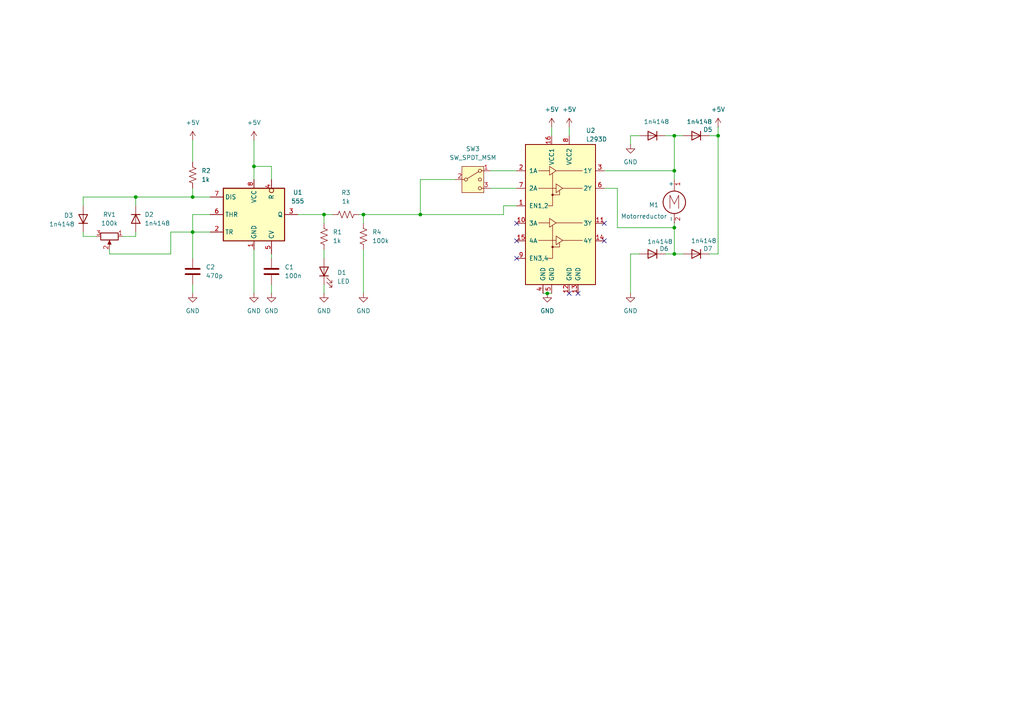
<source format=kicad_sch>
(kicad_sch (version 20250114) (generator "eeschema") (generator_version "9.0")
  (paper "A4")
  (lib_symbols
    (symbol "555_ordenado:555_wellOriented"
      (property "Reference" "U" (at 0 1.27 0))
      (property "Value" "555" (at 0 -0.762 0))
      (symbol "555_wellOriented_0_0"
        (pin power_in line (at 0 10.16 270) (length 2.54) (name "VCC") (number "8"))
        (pin power_in line (at 0 -10.16 90) (length 2.54) (name "GND") (number "1"))
      )
      (symbol "555_wellOriented_0_1"
        (rectangle (start -8.89 -7.62) (end 8.89 7.62) (stroke (width 0.254)) (fill (type background)))
        (rectangle (start -8.89 -7.62) (end 8.89 7.62) (stroke (width 0.254)) (fill (type background)))
      )
      (symbol "555_wellOriented_1_1"
        (pin input line (at -12.7 5.08 0) (length 3.81) (name "DIS") (number "7"))
        (pin input line (at -12.7 0 0) (length 3.81) (name "THR") (number "6"))
        (pin input line (at -12.7 -5.08 0) (length 3.81) (name "TR") (number "2"))
        (pin input inverted (at 5.08 10.16 270) (length 3.81) (name "R") (number "4"))
        (pin input line (at 5.08 -11.43 90) (length 3.81) (name "CV") (number "5"))
        (pin output line (at 12.7 0 180) (length 3.81) (name "Q") (number "3"))
      )
    )
    (symbol "Device:C" (pin_numbers (hide yes)) (pin_names (offset 0.254))
      (property "Reference" "C" (at 0.635 2.54 0))
      (property "Value" "C" (at 0.635 -2.54 0))
      (symbol "C_0_1"
        (polyline (pts (xy -2.032 0.762) (xy 2.032 0.762)) (stroke (width 0.508)))
        (polyline (pts (xy -2.032 -0.762) (xy 2.032 -0.762)) (stroke (width 0.508)))
      )
      (symbol "C_1_1"
        (pin passive line (at 0 3.81 270) (length 2.794) (name "~") (number "1"))
        (pin passive line (at 0 -3.81 90) (length 2.794) (name "~") (number "2"))
      )
    )
    (symbol "Device:LED" (pin_numbers (hide yes)) (pin_names (offset 1.016) (hide yes))
      (property "Reference" "D" (at 0 2.54 0))
      (property "Value" "LED" (at 0 -2.54 0))
      (symbol "LED_0_1"
        (polyline (pts (xy -3.048 -0.762) (xy -4.572 -2.286) (xy -3.81 -2.286) (xy -4.572 -2.286) (xy -4.572 -1.524)))
        (polyline (pts (xy -1.778 -0.762) (xy -3.302 -2.286) (xy -2.54 -2.286) (xy -3.302 -2.286) (xy -3.302 -1.524)))
        (polyline (pts (xy -1.27 0) (xy 1.27 0)))
        (polyline (pts (xy -1.27 -1.27) (xy -1.27 1.27)) (stroke (width 0.254)))
        (polyline (pts (xy 1.27 -1.27) (xy 1.27 1.27) (xy -1.27 0) (xy 1.27 -1.27)) (stroke (width 0.254)))
      )
      (symbol "LED_1_1"
        (pin passive line (at -3.81 0 0) (length 2.54) (name "K") (number "1"))
        (pin passive line (at 3.81 0 180) (length 2.54) (name "A") (number "2"))
      )
    )
    (symbol "Device:R_Potentiometer" (pin_names (offset 1.016) (hide yes))
      (property "Reference" "RV" (at -4.445 0 90))
      (property "Value" "R_Potentiometer" (at -2.54 0 90))
      (symbol "R_Potentiometer_0_1"
        (rectangle (start 1.016 2.54) (end -1.016 -2.54) (stroke (width 0.254)))
        (polyline (pts (xy 1.143 0) (xy 2.286 0.508) (xy 2.286 -0.508) (xy 1.143 0)) (fill (type outline)))
        (polyline (pts (xy 2.54 0) (xy 1.524 0)))
      )
      (symbol "R_Potentiometer_1_1"
        (pin passive line (at 0 3.81 270) (length 1.27) (name "1") (number "1"))
        (pin passive line (at 0 -3.81 90) (length 1.27) (name "3") (number "3"))
        (pin passive line (at 3.81 0 180) (length 1.27) (name "2") (number "2"))
      )
    )
    (symbol "Device:R_US" (pin_numbers (hide yes)) (pin_names (offset 0))
      (property "Reference" "R" (at 2.54 0 90))
      (property "Value" "R_US" (at -2.54 0 90))
      (symbol "R_US_0_1"
        (polyline (pts (xy 0 2.286) (xy 0 2.54)))
        (polyline (pts (xy 0 2.286) (xy 1.016 1.905) (xy 0 1.524) (xy -1.016 1.143) (xy 0 0.762)))
        (polyline (pts (xy 0 0.762) (xy 1.016 0.381) (xy 0 0) (xy -1.016 -0.381) (xy 0 -0.762)))
        (polyline (pts (xy 0 -0.762) (xy 1.016 -1.143) (xy 0 -1.524) (xy -1.016 -1.905) (xy 0 -2.286)))
        (polyline (pts (xy 0 -2.286) (xy 0 -2.54)))
      )
      (symbol "R_US_1_1"
        (pin passive line (at 0 3.81 270) (length 1.27) (name "~") (number "1"))
        (pin passive line (at 0 -3.81 90) (length 1.27) (name "~") (number "2"))
      )
    )
    (symbol "Diode:1N4148WT" (pin_numbers (hide yes)) (pin_names (hide yes))
      (property "Reference" "D" (at 0 2.54 0))
      (property "Value" "1N4148WT" (at 0 -2.54 0))
      (symbol "1N4148WT_0_1"
        (polyline (pts (xy -1.27 1.27) (xy -1.27 -1.27)) (stroke (width 0.254)))
        (polyline (pts (xy 1.27 1.27) (xy 1.27 -1.27) (xy -1.27 0) (xy 1.27 1.27)) (stroke (width 0.254)))
        (polyline (pts (xy 1.27 0) (xy -1.27 0)))
      )
      (symbol "1N4148WT_1_1"
        (pin passive line (at -3.81 0 0) (length 2.54) (name "K") (number "1"))
        (pin passive line (at 3.81 0 180) (length 2.54) (name "A") (number "2"))
      )
    )
    (symbol "Driver_Motor:L293D" (pin_names (offset 1.016))
      (property "Reference" "U" (at -5.08 26.035 0))
      (property "Value" "L293D" (at -5.08 24.13 0))
      (symbol "L293D_0_1"
        (rectangle (start -10.16 22.86) (end 10.16 -17.78) (stroke (width 0.254)) (fill (type background)))
        (polyline (pts (xy -6.35 15.24) (xy -3.175 15.24)))
        (polyline (pts (xy -6.35 10.16) (xy -1.27 10.16)))
        (polyline (pts (xy -6.35 0.127) (xy -3.175 0.127)))
        (polyline (pts (xy -6.35 -4.953) (xy -1.27 -4.953)))
        (polyline (pts (xy -3.175 16.51) (xy -3.175 13.97) (xy -1.27 15.24) (xy -3.175 16.51)))
        (polyline (pts (xy -3.175 1.397) (xy -3.175 -1.143) (xy -1.27 0.127) (xy -3.175 1.397)))
        (polyline (pts (xy -2.286 14.478) (xy -2.286 5.08) (xy -3.556 5.08)))
        (circle (center -2.286 8.255) (radius 0.254) (fill (type outline)))
        (polyline (pts (xy -2.286 8.255) (xy -0.254 8.255) (xy -0.254 9.525)))
        (polyline (pts (xy -2.286 -0.635) (xy -2.286 -10.16) (xy -3.556 -10.16)))
        (circle (center -2.286 -6.858) (radius 0.254) (fill (type outline)))
        (polyline (pts (xy -2.286 -6.858) (xy -0.254 -6.858) (xy -0.254 -5.588)))
        (polyline (pts (xy -1.27 15.24) (xy 6.35 15.24)))
        (polyline (pts (xy -1.27 11.43) (xy -1.27 8.89) (xy 0.635 10.16) (xy -1.27 11.43)))
        (polyline (pts (xy -1.27 0.127) (xy 6.35 0.127)))
        (polyline (pts (xy -1.27 -3.683) (xy -1.27 -6.223) (xy 0.635 -4.953) (xy -1.27 -3.683)))
        (polyline (pts (xy 0.635 10.16) (xy 6.35 10.16)))
        (polyline (pts (xy 0.635 -4.953) (xy 6.35 -4.953)))
      )
      (symbol "L293D_1_1"
        (pin input line (at -12.7 15.24 0) (length 2.54) (name "1A") (number "2"))
        (pin input line (at -12.7 10.16 0) (length 2.54) (name "2A") (number "7"))
        (pin input line (at -12.7 5.08 0) (length 2.54) (name "EN1,2") (number "1"))
        (pin input line (at -12.7 0 0) (length 2.54) (name "3A") (number "10"))
        (pin input line (at -12.7 -5.08 0) (length 2.54) (name "4A") (number "15"))
        (pin input line (at -12.7 -10.16 0) (length 2.54) (name "EN3,4") (number "9"))
        (pin power_in line (at -5.08 -20.32 90) (length 2.54) (name "GND") (number "4"))
        (pin power_in line (at -2.54 25.4 270) (length 2.54) (name "VCC1") (number "16"))
        (pin power_in line (at -2.54 -20.32 90) (length 2.54) (name "GND") (number "5"))
        (pin power_in line (at 2.54 25.4 270) (length 2.54) (name "VCC2") (number "8"))
        (pin power_in line (at 2.54 -20.32 90) (length 2.54) (name "GND") (number "12"))
        (pin power_in line (at 5.08 -20.32 90) (length 2.54) (name "GND") (number "13"))
        (pin output line (at 12.7 15.24 180) (length 2.54) (name "1Y") (number "3"))
        (pin output line (at 12.7 10.16 180) (length 2.54) (name "2Y") (number "6"))
        (pin output line (at 12.7 0 180) (length 2.54) (name "3Y") (number "11"))
        (pin output line (at 12.7 -5.08 180) (length 2.54) (name "4Y") (number "14"))
      )
    )
    (symbol "Motor:Motor_DC" (pin_names (offset 0))
      (property "Reference" "M" (at 2.54 2.54 0))
      (property "Value" "Motor_DC" (at 2.54 -5.08 0))
      (symbol "Motor_DC_0_0"
        (polyline (pts (xy -1.27 -3.302) (xy -1.27 0.508) (xy 0 -2.032) (xy 1.27 0.508) (xy 1.27 -3.302)))
      )
      (symbol "Motor_DC_0_1"
        (polyline (pts (xy 0 2.032) (xy 0 2.54)))
        (polyline (pts (xy 0 1.7272) (xy 0 2.0828)))
        (circle (center 0 -1.524) (radius 3.2512) (stroke (width 0.254)))
        (polyline (pts (xy 0 -4.7752) (xy 0 -5.1816)))
        (polyline (pts (xy 0 -7.62) (xy 0 -7.112)))
      )
      (symbol "Motor_DC_1_1"
        (pin passive line (at 0 5.08 270) (length 2.54) (name "+") (number "1"))
        (pin passive line (at 0 -7.62 90) (length 2.54) (name "-") (number "2"))
      )
    )
    (symbol "Switch:SW_SPDT_MSM" (pin_names (offset 0) (hide yes))
      (property "Reference" "SW" (at 0 5.08 0))
      (property "Value" "SW_SPDT_MSM" (at 0 -5.08 0))
      (symbol "SW_SPDT_MSM_0_1"
        (circle (center -2.032 0) (radius 0.4572))
        (polyline (pts (xy -1.651 0.254) (xy 1.651 2.286)))
        (circle (center 2.032 2.54) (radius 0.4572))
        (circle (center 2.032 0) (radius 0.4572))
        (circle (center 2.032 -2.54) (radius 0.4572))
      )
      (symbol "SW_SPDT_MSM_1_1"
        (rectangle (start -3.175 3.81) (end 3.175 -3.81) (fill (type background)))
        (pin passive line (at -5.08 0 0) (length 2.54) (name "3") (number "2"))
        (pin passive line (at 5.08 2.54 180) (length 2.54) (name "1") (number "1"))
        (pin passive line (at 5.08 -2.54 180) (length 2.54) (name "4") (number "3"))
      )
    )
    (symbol "power:+5V" (power) (pin_numbers (hide yes)) (pin_names (offset 0) (hide yes))
      (property "Value" "+5V" (at 0 3.556 0))
      (symbol "+5V_0_1"
        (polyline (pts (xy -0.762 1.27) (xy 0 2.54)))
        (polyline (pts (xy 0 2.54) (xy 0.762 1.27)))
        (polyline (pts (xy 0 0) (xy 0 2.54)))
      )
      (symbol "+5V_1_1"
        (pin power_in line (at 0 0 90) (length 0) (name "~") (number "1"))
      )
    )
    (symbol "power:GND" (power) (pin_numbers (hide yes)) (pin_names (offset 0) (hide yes))
      (property "Value" "GND" (at 0 -3.81 0))
      (symbol "GND_0_1"
        (polyline (pts (xy 0 0) (xy 0 -1.27) (xy 1.27 -1.27) (xy 0 -2.54) (xy -1.27 -1.27) (xy 0 -1.27)))
      )
      (symbol "GND_1_1"
        (pin power_in line (at 0 0 270) (length 0) (name "~") (number "1"))
      )
    )
  )
  (junction (at 195.58 73.66))
  (junction (at 55.88 57.15))
  (junction (at 195.58 66.04))
  (junction (at 93.98 62.23))
  (junction (at 195.58 49.53))
  (junction (at 73.66 48.26))
  (junction (at 105.41 62.23))
  (junction (at 39.37 57.15))
  (junction (at 55.88 67.31))
  (junction (at 121.92 62.23))
  (junction (at 208.28 39.37))
  (junction (at 158.75 85.09))
  (junction (at 195.58 39.37))
  (no_connect (at 175.26 69.85))
  (no_connect (at 175.26 64.77))
  (no_connect (at 149.86 64.77))
  (no_connect (at 167.64 85.09))
  (no_connect (at 149.86 69.85))
  (no_connect (at 149.86 74.93))
  (no_connect (at 165.1 85.09))
  (wire (pts (xy 60.96 62.23) (xy 55.88 62.23)))
  (wire (pts (xy 78.74 82.55) (xy 78.74 85.09)))
  (wire (pts (xy 132.08 52.07) (xy 121.92 52.07)))
  (wire (pts (xy 31.75 73.66) (xy 31.75 72.39)))
  (wire (pts (xy 39.37 68.58) (xy 35.56 68.58)))
  (wire (pts (xy 105.41 64.77) (xy 105.41 62.23)))
  (wire (pts (xy 24.13 68.58) (xy 24.13 67.31)))
  (wire (pts (xy 149.86 59.69) (xy 146.05 59.69)))
  (wire (pts (xy 86.36 62.23) (xy 93.98 62.23)))
  (wire (pts (xy 73.66 72.39) (xy 73.66 85.09)))
  (wire (pts (xy 24.13 57.15) (xy 24.13 59.69)))
  (wire (pts (xy 179.07 54.61) (xy 179.07 66.04)))
  (wire (pts (xy 39.37 57.15) (xy 39.37 59.69)))
  (wire (pts (xy 121.92 52.07) (xy 121.92 62.23)))
  (wire (pts (xy 175.26 49.53) (xy 195.58 49.53)))
  (wire (pts (xy 39.37 67.31) (xy 39.37 68.58)))
  (wire (pts (xy 198.12 73.66) (xy 195.58 73.66)))
  (wire (pts (xy 60.96 57.15) (xy 55.88 57.15)))
  (wire (pts (xy 93.98 82.55) (xy 93.98 85.09)))
  (wire (pts (xy 93.98 64.77) (xy 93.98 62.23)))
  (wire (pts (xy 205.74 39.37) (xy 208.28 39.37)))
  (wire (pts (xy 160.02 36.83) (xy 160.02 39.37)))
  (wire (pts (xy 55.88 54.61) (xy 55.88 57.15)))
  (wire (pts (xy 55.88 67.31) (xy 49.53 67.31)))
  (wire (pts (xy 195.58 49.53) (xy 195.58 52.07)))
  (wire (pts (xy 78.74 74.93) (xy 78.74 73.66)))
  (wire (pts (xy 49.53 73.66) (xy 31.75 73.66)))
  (wire (pts (xy 182.88 39.37) (xy 182.88 41.91)))
  (wire (pts (xy 195.58 39.37) (xy 195.58 49.53)))
  (wire (pts (xy 193.04 39.37) (xy 195.58 39.37)))
  (wire (pts (xy 195.58 39.37) (xy 198.12 39.37)))
  (wire (pts (xy 93.98 62.23) (xy 96.52 62.23)))
  (wire (pts (xy 208.28 39.37) (xy 208.28 73.66)))
  (wire (pts (xy 78.74 52.07) (xy 78.74 48.26)))
  (wire (pts (xy 182.88 73.66) (xy 185.42 73.66)))
  (wire (pts (xy 193.04 73.66) (xy 195.58 73.66)))
  (wire (pts (xy 205.74 73.66) (xy 208.28 73.66)))
  (wire (pts (xy 39.37 57.15) (xy 55.88 57.15)))
  (wire (pts (xy 142.24 49.53) (xy 149.86 49.53)))
  (wire (pts (xy 208.28 36.83) (xy 208.28 39.37)))
  (wire (pts (xy 73.66 40.64) (xy 73.66 48.26)))
  (wire (pts (xy 158.75 85.09) (xy 160.02 85.09)))
  (wire (pts (xy 55.88 40.64) (xy 55.88 46.99)))
  (wire (pts (xy 78.74 48.26) (xy 73.66 48.26)))
  (wire (pts (xy 105.41 62.23) (xy 121.92 62.23)))
  (wire (pts (xy 49.53 67.31) (xy 49.53 73.66)))
  (wire (pts (xy 195.58 66.04) (xy 195.58 73.66)))
  (wire (pts (xy 158.75 85.09) (xy 157.48 85.09)))
  (wire (pts (xy 73.66 48.26) (xy 73.66 52.07)))
  (wire (pts (xy 142.24 54.61) (xy 149.86 54.61)))
  (wire (pts (xy 55.88 74.93) (xy 55.88 67.31)))
  (wire (pts (xy 55.88 67.31) (xy 60.96 67.31)))
  (wire (pts (xy 195.58 64.77) (xy 195.58 66.04)))
  (wire (pts (xy 104.14 62.23) (xy 105.41 62.23)))
  (wire (pts (xy 146.05 59.69) (xy 146.05 62.23)))
  (wire (pts (xy 185.42 39.37) (xy 182.88 39.37)))
  (wire (pts (xy 27.94 68.58) (xy 24.13 68.58)))
  (wire (pts (xy 182.88 85.09) (xy 182.88 73.66)))
  (wire (pts (xy 121.92 62.23) (xy 146.05 62.23)))
  (wire (pts (xy 175.26 54.61) (xy 179.07 54.61)))
  (wire (pts (xy 93.98 74.93) (xy 93.98 72.39)))
  (wire (pts (xy 105.41 72.39) (xy 105.41 85.09)))
  (wire (pts (xy 179.07 66.04) (xy 195.58 66.04)))
  (wire (pts (xy 55.88 82.55) (xy 55.88 85.09)))
  (wire (pts (xy 55.88 62.23) (xy 55.88 67.31)))
  (wire (pts (xy 24.13 57.15) (xy 39.37 57.15)))
  (wire (pts (xy 165.1 36.83) (xy 165.1 39.37)))
  (symbol (lib_id "power:+5V") (at 73.66 40.64 0) (unit 1)
    (property "Reference" "#PWR05" (effects (hide yes)))
    (property "Value" "+5V" (at 73.66 35.56 0))
    (property "Description" "Power symbol creates a global label with name \"+5V\"" (effects (hide yes)))
  )
  (symbol (lib_id "Device:R_US") (at 93.98 68.58 0) (unit 1)
    (property "Reference" "R1" (at 96.52 67.3099 0) (effects (justify left)))
    (property "Value" "1k" (at 96.52 69.8499 0) (effects (justify left)))
    (property "Description" "Resistor, US symbol" (effects (hide yes)))
  )
  (symbol (lib_id "Diode:1N4148WT") (at 201.93 73.66 0) (mirror y) (unit 1)
    (property "Reference" "D7" (at 203.962 72.136 0) (effects (justify right)))
    (property "Value" "1n4148" (at 200.406 69.85 0) (effects (justify right)))
    (property "Footprint" "Diode_SMD:D_SOD-523" (effects (hide yes)))
    (property "Datasheet" "https://www.diodes.com/assets/Datasheets/ds30396.pdf" (effects (hide yes)))
    (property "Description" "75V 0.15A Fast switching Diode, SOD-523" (effects (hide yes)))
    (property "Sim.Device" "D" (effects (hide yes)))
    (property "Sim.Pins" "1=K 2=A" (effects (hide yes)))
  )
  (symbol (lib_id "power:GND") (at 78.74 85.09 0) (unit 1)
    (property "Reference" "#PWR04" (effects (hide yes)))
    (property "Value" "GND" (at 78.74 90.17 0))
    (property "Description" "Power symbol creates a global label with name \"GND\" , ground" (effects (hide yes)))
  )
  (symbol (lib_id "Device:C") (at 55.88 78.74 0) (unit 1)
    (property "Reference" "C2" (at 59.69 77.4699 0) (effects (justify left)))
    (property "Value" "470p" (at 59.69 80.0099 0) (effects (justify left)))
    (property "Description" "Unpolarized capacitor" (effects (hide yes)))
  )
  (symbol (lib_id "Driver_Motor:L293D") (at 162.56 64.77 0) (unit 1)
    (property "Reference" "U2" (at 169.926 37.846 0) (effects (justify left)))
    (property "Value" "L293D" (at 169.926 40.386 0) (effects (justify left)))
    (property "Footprint" "Package_DIP:DIP-16_W7.62mm" (effects (hide yes)))
    (property "Datasheet" "http://www.ti.com/lit/ds/symlink/l293.pdf" (effects (hide yes)))
    (property "Description" "Quadruple Half-H Drivers" (effects (hide yes)))
  )
  (symbol (lib_id "power:GND") (at 182.88 85.09 0) (unit 1)
    (property "Reference" "#PWR010" (effects (hide yes)))
    (property "Value" "GND" (at 182.88 90.17 0))
    (property "Description" "Power symbol creates a global label with name \"GND\" , ground" (effects (hide yes)))
  )
  (symbol (lib_id "Device:LED") (at 93.98 78.74 90) (unit 1)
    (property "Reference" "D1" (at 97.79 79.0574 90) (effects (justify right)))
    (property "Value" "LED" (at 97.79 81.5974 90) (effects (justify right)))
    (property "Description" "Light emitting diode" (effects (hide yes)))
    (property "Sim.Pins" "1=K 2=A" (effects (hide yes)))
  )
  (symbol (lib_id "power:GND") (at 93.98 85.09 0) (unit 1)
    (property "Reference" "#PWR01" (effects (hide yes)))
    (property "Value" "GND" (at 93.98 90.17 0))
    (property "Description" "Power symbol creates a global label with name \"GND\" , ground" (effects (hide yes)))
  )
  (symbol (lib_id "power:GND") (at 182.88 41.91 0) (unit 1)
    (property "Reference" "#PWR017" (effects (hide yes)))
    (property "Value" "GND" (at 182.88 46.99 0))
    (property "Description" "Power symbol creates a global label with name \"GND\" , ground" (effects (hide yes)))
  )
  (symbol (lib_id "Device:C") (at 78.74 78.74 0) (unit 1)
    (property "Reference" "C1" (at 82.55 77.4699 0) (effects (justify left)))
    (property "Value" "100n" (at 82.55 80.0099 0) (effects (justify left)))
    (property "Description" "Unpolarized capacitor" (effects (hide yes)))
  )
  (symbol (lib_id "Diode:1N4148WT") (at 189.23 73.66 0) (mirror y) (unit 1)
    (property "Reference" "D6" (at 191.262 72.136 0) (effects (justify right)))
    (property "Value" "1n4148" (at 187.706 70.104 0) (effects (justify right)))
    (property "Footprint" "Diode_SMD:D_SOD-523" (effects (hide yes)))
    (property "Datasheet" "https://www.diodes.com/assets/Datasheets/ds30396.pdf" (effects (hide yes)))
    (property "Description" "75V 0.15A Fast switching Diode, SOD-523" (effects (hide yes)))
    (property "Sim.Device" "D" (effects (hide yes)))
    (property "Sim.Pins" "1=K 2=A" (effects (hide yes)))
  )
  (symbol (lib_id "Device:R_US") (at 105.41 68.58 0) (unit 1)
    (property "Reference" "R4" (at 107.95 67.3099 0) (effects (justify left)))
    (property "Value" "100k" (at 107.95 69.8499 0) (effects (justify left)))
    (property "Description" "Resistor, US symbol" (effects (hide yes)))
  )
  (symbol (lib_id "power:GND") (at 105.41 85.09 0) (unit 1)
    (property "Reference" "#PWR08" (effects (hide yes)))
    (property "Value" "GND" (at 105.41 90.17 0))
    (property "Description" "Power symbol creates a global label with name \"GND\" , ground" (effects (hide yes)))
  )
  (symbol (lib_id "Device:R_US") (at 55.88 50.8 0) (unit 1)
    (property "Reference" "R2" (at 58.42 49.5299 0) (effects (justify left)))
    (property "Value" "1k" (at 58.42 52.0699 0) (effects (justify left)))
    (property "Description" "Resistor, US symbol" (effects (hide yes)))
  )
  (symbol (lib_id "Diode:1N4148WT") (at 189.23 39.37 0) (mirror y) (unit 1)
    (property "Reference" "D4" (effects (hide yes)))
    (property "Value" "1n4148" (at 186.69 35.306 0) (effects (justify right)))
    (property "Footprint" "Diode_SMD:D_SOD-523" (effects (hide yes)))
    (property "Datasheet" "https://www.diodes.com/assets/Datasheets/ds30396.pdf" (effects (hide yes)))
    (property "Description" "75V 0.15A Fast switching Diode, SOD-523" (effects (hide yes)))
    (property "Sim.Device" "D" (effects (hide yes)))
    (property "Sim.Pins" "1=K 2=A" (effects (hide yes)))
  )
  (symbol (lib_id "power:GND") (at 158.75 85.09 0) (unit 1)
    (property "Reference" "#PWR019" (effects (hide yes)))
    (property "Value" "GND" (at 158.75 90.17 0))
    (property "Description" "Power symbol creates a global label with name \"GND\" , ground" (effects (hide yes)))
  )
  (symbol (lib_id "Device:R_Potentiometer") (at 31.75 68.58 270) (unit 1)
    (property "Reference" "RV1" (at 31.75 62.23 90))
    (property "Value" "100k" (at 31.75 64.77 90))
    (property "Description" "Potentiometer" (effects (hide yes)))
  )
  (symbol (lib_id "power:GND") (at 73.66 85.09 0) (unit 1)
    (property "Reference" "#PWR03" (effects (hide yes)))
    (property "Value" "GND" (at 73.66 90.17 0))
    (property "Description" "Power symbol creates a global label with name \"GND\" , ground" (effects (hide yes)))
  )
  (symbol (lib_id "Switch:SW_SPDT_MSM") (at 137.16 52.07 0) (unit 1)
    (property "Reference" "SW3" (at 137.16 43.18 0))
    (property "Value" "SW_SPDT_MSM" (at 137.16 45.72 0))
    (property "Description" "Switch, single pole double throw, center OFF position" (effects (hide yes)))
  )
  (symbol (lib_id "Device:R_US") (at 100.33 62.23 90) (unit 1)
    (property "Reference" "R3" (at 100.33 55.88 90))
    (property "Value" "1k" (at 100.33 58.42 90))
    (property "Description" "Resistor, US symbol" (effects (hide yes)))
  )
  (symbol (lib_id "power:GND") (at 55.88 85.09 0) (unit 1)
    (property "Reference" "#PWR07" (effects (hide yes)))
    (property "Value" "GND" (at 55.88 90.17 0))
    (property "Description" "Power symbol creates a global label with name \"GND\" , ground" (effects (hide yes)))
  )
  (symbol (lib_id "Motor:Motor_DC") (at 195.58 57.15 0) (unit 1)
    (property "Reference" "M1" (at 188.214 59.436 0) (effects (justify left)))
    (property "Value" "Motorreductor" (at 180.086 62.738 0) (effects (justify left)))
    (property "Description" "DC Motor" (effects (hide yes)))
  )
  (symbol (lib_id "Diode:1N4148WT") (at 24.13 63.5 90) (unit 1)
    (property "Reference" "D3" (at 18.542 62.484 90) (effects (justify right)))
    (property "Value" "1n4148" (at 14.224 65.024 90) (effects (justify right)))
    (property "Footprint" "Diode_SMD:D_SOD-523" (effects (hide yes)))
    (property "Datasheet" "https://www.diodes.com/assets/Datasheets/ds30396.pdf" (effects (hide yes)))
    (property "Description" "75V 0.15A Fast switching Diode, SOD-523" (effects (hide yes)))
    (property "Sim.Device" "D" (effects (hide yes)))
    (property "Sim.Pins" "1=K 2=A" (effects (hide yes)))
  )
  (symbol (lib_id "Diode:1N4148WT") (at 201.93 39.37 0) (mirror y) (unit 1)
    (property "Reference" "D5" (at 203.962 37.592 0) (effects (justify right)))
    (property "Value" "1n4148" (at 199.136 35.306 0) (effects (justify right)))
    (property "Footprint" "Diode_SMD:D_SOD-523" (effects (hide yes)))
    (property "Datasheet" "https://www.diodes.com/assets/Datasheets/ds30396.pdf" (effects (hide yes)))
    (property "Description" "75V 0.15A Fast switching Diode, SOD-523" (effects (hide yes)))
    (property "Sim.Device" "D" (effects (hide yes)))
    (property "Sim.Pins" "1=K 2=A" (effects (hide yes)))
  )
  (symbol (lib_id "power:+5V") (at 160.02 36.83 0) (unit 1)
    (property "Reference" "#PWR011" (effects (hide yes)))
    (property "Value" "+5V" (at 160.02 31.75 0))
    (property "Description" "Power symbol creates a global label with name \"+5V\"" (effects (hide yes)))
  )
  (symbol (lib_id "power:+5V") (at 165.1 36.83 0) (unit 1)
    (property "Reference" "#PWR012" (effects (hide yes)))
    (property "Value" "+5V" (at 165.1 31.75 0))
    (property "Description" "Power symbol creates a global label with name \"+5V\"" (effects (hide yes)))
  )
  (symbol (lib_id "Diode:1N4148WT") (at 39.37 63.5 270) (unit 1)
    (property "Reference" "D2" (at 41.91 62.2299 90) (effects (justify left)))
    (property "Value" "1n4148" (at 41.91 64.7699 90) (effects (justify left)))
    (property "Footprint" "Diode_SMD:D_SOD-523" (effects (hide yes)))
    (property "Datasheet" "https://www.diodes.com/assets/Datasheets/ds30396.pdf" (effects (hide yes)))
    (property "Description" "75V 0.15A Fast switching Diode, SOD-523" (effects (hide yes)))
    (property "Sim.Device" "D" (effects (hide yes)))
    (property "Sim.Pins" "1=K 2=A" (effects (hide yes)))
  )
  (symbol (lib_id "555_ordenado:555_wellOriented") (at 73.66 62.23 0) (unit 1)
    (property "Reference" "U1" (at 86.36 55.8098 0))
    (property "Value" "555" (at 86.36 58.3498 0))
    (property "Footprint" "Package_DIP:DIP-8_W7.62mm_Socket_LongPads" (effects (hide yes)))
  )
  (symbol (lib_id "power:+5V") (at 208.28 36.83 0) (unit 1)
    (property "Reference" "#PWR013" (effects (hide yes)))
    (property "Value" "+5V" (at 208.28 31.75 0))
    (property "Description" "Power symbol creates a global label with name \"+5V\"" (effects (hide yes)))
  )
  (symbol (lib_id "power:+5V") (at 55.88 40.64 0) (unit 1)
    (property "Reference" "#PWR06" (effects (hide yes)))
    (property "Value" "+5V" (at 55.88 35.56 0))
    (property "Description" "Power symbol creates a global label with name \"+5V\"" (effects (hide yes)))
  )
)
</source>
